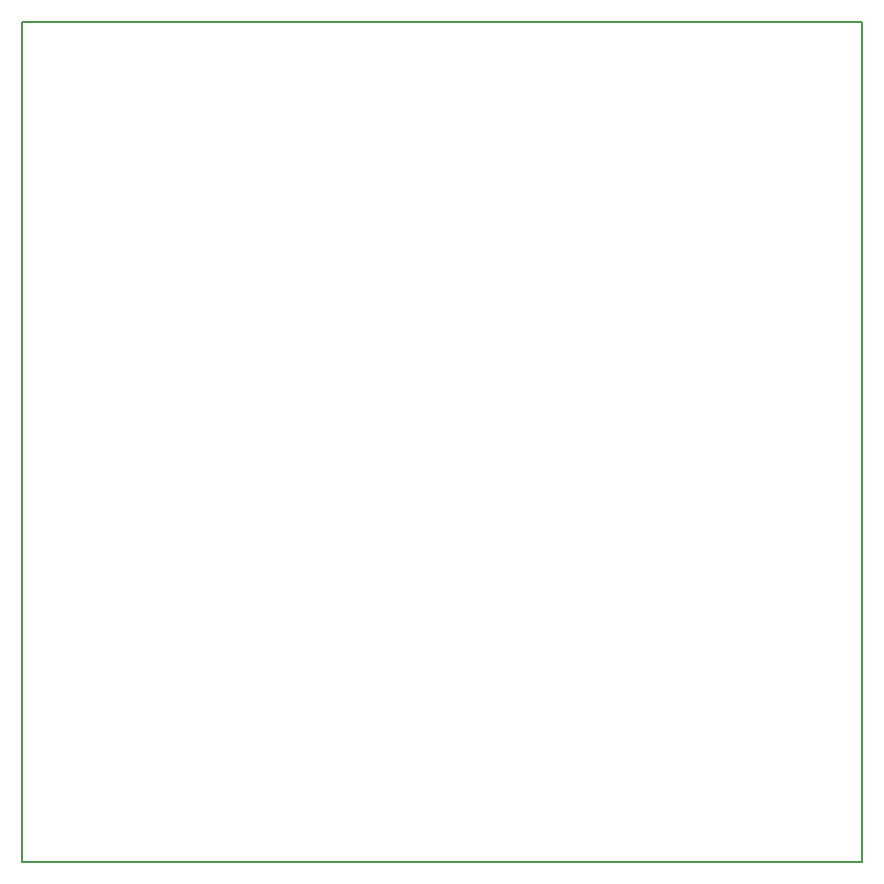
<source format=gm1>
G04 #@! TF.GenerationSoftware,KiCad,Pcbnew,(5.0.1)-3*
G04 #@! TF.CreationDate,2020-01-21T11:58:44-05:00*
G04 #@! TF.ProjectId,recovery_CAN,7265636F766572795F43414E2E6B6963,rev?*
G04 #@! TF.SameCoordinates,Original*
G04 #@! TF.FileFunction,Profile,NP*
%FSLAX46Y46*%
G04 Gerber Fmt 4.6, Leading zero omitted, Abs format (unit mm)*
G04 Created by KiCad (PCBNEW (5.0.1)-3) date 2020-01-21 11:58:44 AM*
%MOMM*%
%LPD*%
G01*
G04 APERTURE LIST*
%ADD10C,0.150000*%
G04 APERTURE END LIST*
D10*
X179070000Y-127254000D02*
X250190000Y-127254000D01*
X179070000Y-56134000D02*
X179070000Y-127254000D01*
X250190000Y-56134000D02*
X179070000Y-56134000D01*
X250190000Y-127254000D02*
X250190000Y-56134000D01*
M02*

</source>
